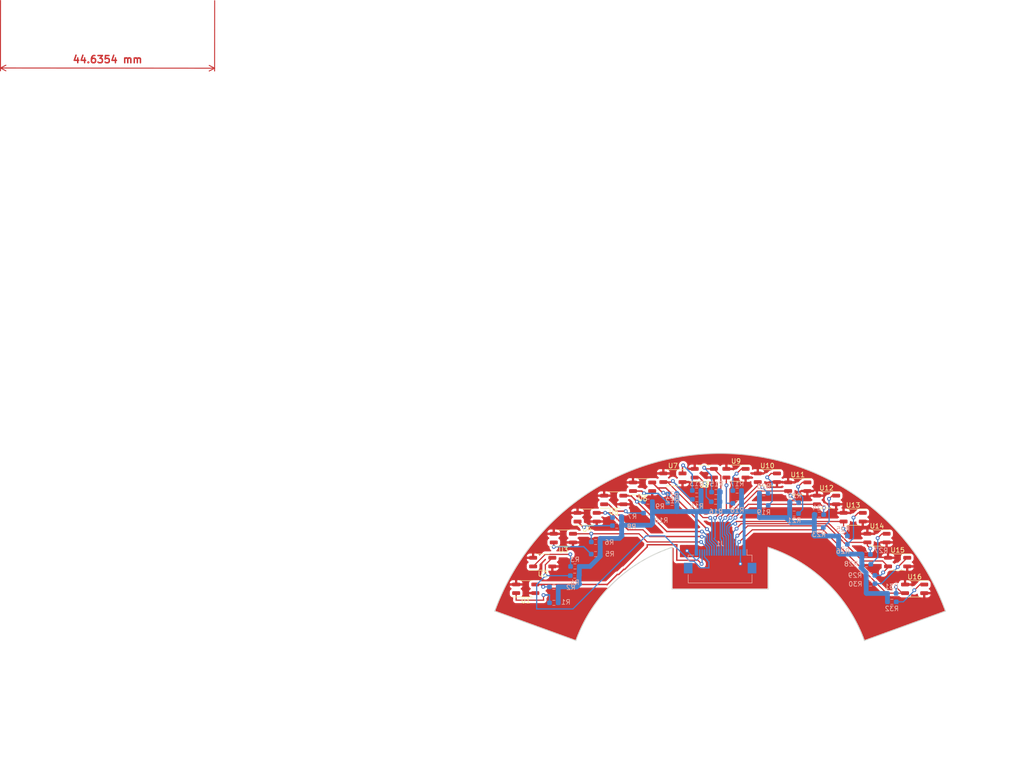
<source format=kicad_pcb>
(kicad_pcb (version 20240108) (generator "pcbnew") (generator_version "8.0")
  (layers (0 "F.Cu" signal) (31 "B.Cu" signal) (34 "B.Paste" user) (35 "F.Paste" user) (36 "B.SilkS" user "B.Silkscreen") (37 "F.SilkS" user "F.Silkscreen") (38 "B.Mask" user) (39 "F.Mask" user) (44 "Edge.Cuts" user))
  (net 0 "")
  (net 1 "VCC")
  (net 2 "GND")
  (net 3 "Net-(J1-Pad3)")
  (net 4 "Net-(J1-Pad4)")
  (net 5 "Net-(J1-Pad5)")
  (net 6 "Net-(J1-Pad6)")
  (net 7 "Net-(J1-Pad7)")
  (net 8 "Net-(J1-Pad8)")
  (net 9 "Net-(J1-Pad9)")
  (net 10 "Net-(J1-Pad10)")
  (net 11 "Net-(J1-Pad11)")
  (net 12 "Net-(J1-Pad12)")
  (net 13 "Net-(J1-Pad13)")
  (net 14 "Net-(J1-Pad14)")
  (net 15 "Net-(J1-Pad15)")
  (net 16 "Net-(J1-Pad16)")
  (net 17 "Net-(J1-Pad17)")
  (net 18 "Net-(J1-Pad18)")
  (net 19 "Net-(U1-A)")
  (net 20 "Net-(U2-A)")
  (net 21 "Net-(U3-A)")
  (net 22 "Net-(U4-A)")
  (net 23 "Net-(U5-A)")
  (net 24 "Net-(U6-A)")
  (net 25 "Net-(U7-A)")
  (net 26 "Net-(U8-A)")
  (net 27 "Net-(U9-A)")
  (net 28 "Net-(U10-A)")
  (net 29 "Net-(U11-A)")
  (net 30 "Net-(U12-A)")
  (net 31 "Net-(U13-A)")
  (net 32 "Net-(U14-A)")
  (net 33 "Net-(U15-A)")
  (net 34 "Net-(U16-A)")
  (footprint "OptoDevice:OnSemi_CASE100CY" (layer "F.Cu") (at 109.480003 117.716083 90)
    (property "Reference" "U1")
    (property "Value" "QRE1113GR")
  )
  (footprint "OptoDevice:OnSemi_CASE100CY" (layer "F.Cu") (at 146.703264 93.609794 90)
    (property "Reference" "U8")
    (property "Value" "QRE1113GR")
  )
  (footprint "OptoDevice:OnSemi_CASE100CY" (layer "F.Cu") (at 177.73457 102.779645 -90)
    (property "Reference" "U13")
    (property "Value" "QRE1113GR")
  )
  (footprint "OptoDevice:OnSemi_CASE100CY" (layer "F.Cu") (at 133.841133 96.436907 90)
    (property "Reference" "U6")
    (property "Value" "QRE1113GR")
  )
  (footprint "OptoDevice:OnSemi_CASE100CY" (layer "F.Cu") (at 113.02103 112.156496 90)
    (property "Reference" "U2")
    (property "Value" "QRE1113GR")
  )
  (footprint "OptoDevice:OnSemi_CASE100CY" (layer "F.Cu") (at 182.697732 107.135876 -90)
    (property "Reference" "U14")
    (property "Value" "QRE1113GR")
  )
  (footprint "OptoDevice:OnSemi_CASE100CY" (layer "F.Cu") (at 122.280603 102.788132 90)
    (property "Reference" "U4")
    (property "Value" "QRE1113GR")
  )
  (footprint "OptoDevice:OnSemi_CASE100CY" (layer "F.Cu") (at 127.827146 99.196287 90)
    (property "Reference" "U5")
    (property "Value" "QRE1113GR")
  )
  (footprint "OptoDevice:OnSemi_CASE100CY" (layer "F.Cu") (at 172.182544 99.18966 -90)
    (property "Reference" "U12")
    (property "Value" "QRE1113GR")
  )
  (footprint "OptoDevice:OnSemi_CASE100CY" (layer "F.Cu") (at 190.549071 117.725573 -90)
    (property "Reference" "U16")
    (property "Value" "QRE1113GR")
  )
  (footprint "OptoDevice:OnSemi_CASE100CY" (layer "F.Cu") (at 117.324742 107.144946 90)
    (property "Reference" "U3")
    (property "Value" "QRE1113GR")
  )
  (footprint "OptoDevice:OnSemi_CASE100CY" (layer "F.Cu") (at 153.306082 93.606231 -90)
    (property "Reference" "U9")
    (property "Value" "QRE1113GR")
  )
  (footprint "OptoDevice:OnSemi_CASE100CY" (layer "F.Cu") (at 166.180981 96.424452 -90)
    (property "Reference" "U11")
    (property "Value" "QRE1113GR")
  )
  (footprint "OptoDevice:OnSemi_CASE100CY" (layer "F.Cu") (at 140.16276 94.556082 -90)
    (property "Reference" "U7")
    (property "Value" "QRE1113GR")
  )
  (footprint "OptoDevice:OnSemi_CASE100CY" (layer "F.Cu") (at 187.003125 112.146704 -90)
    (property "Reference" "U15")
    (property "Value" "QRE1113GR")
  )
  (footprint "OptoDevice:OnSemi_CASE100CY" (layer "F.Cu") (at 159.849245 94.557506 -90)
    (property "Reference" "U10")
    (property "Value" "QRE1113GR")
  )
  (footprint "Resistor_SMD:R_0603_1608Metric_Pad0.98x0.95mm_HandSolder" (layer "B.Cu") (at 124.050958 107.95)
    (property "Reference" "R6")
    (property "Value" "220")
  )
  (footprint "Resistor_SMD:R_0603_1608Metric_Pad0.98x0.95mm_HandSolder" (layer "B.Cu") (at 115.348651 117.314243)
    (property "Reference" "R2")
    (property "Value" "220")
  )
  (footprint "Connector_FFC-FPC:Hirose_FH12-20S-0.5SH_1x20-1MP_P0.50mm_Horizontal" (layer "B.Cu") (at 150 112 180)
    (property "Reference" "J1")
    (property "Value" "FFC2B28-20-G")
  )
  (footprint "Resistor_SMD:R_0603_1608Metric_Pad0.98x0.95mm_HandSolder" (layer "B.Cu") (at 134.954997 101.924008 180)
    (property "Reference" "R9")
    (property "Value" "95")
  )
  (footprint "Resistor_SMD:R_0603_1608Metric_Pad0.98x0.95mm_HandSolder" (layer "B.Cu") (at 181.341913 114.913881 180)
    (property "Reference" "R29")
    (property "Value" "220")
  )
  (footprint "Resistor_SMD:R_0603_1608Metric_Pad0.98x0.95mm_HandSolder" (layer "B.Cu") (at 119.686803 114.984497)
    (property "Reference" "R4")
    (property "Value" "220")
  )
  (footprint "Resistor_SMD:R_0603_1608Metric_Pad0.98x0.95mm_HandSolder" (layer "B.Cu") (at 145.107398 97.219635 180)
    (property "Reference" "R13")
    (property "Value" "95")
  )
  (footprint "Resistor_SMD:R_0603_1608Metric_Pad0.98x0.95mm_HandSolder" (layer "B.Cu") (at 175.600131 108.440531)
    (property "Reference" "R26")
    (property "Value" "95")
  )
  (footprint "Resistor_SMD:R_0603_1608Metric_Pad0.98x0.95mm_HandSolder" (layer "B.Cu") (at 181.365277 116.64264)
    (property "Reference" "R30")
    (property "Value" "95")
  )
  (footprint "Resistor_SMD:R_0603_1608Metric_Pad0.98x0.95mm_HandSolder" (layer "B.Cu") (at 153.549505 97.245487 180)
    (property "Reference" "R17")
    (property "Value" "95")
  )
  (footprint "Resistor_SMD:R_0603_1608Metric_Pad0.98x0.95mm_HandSolder" (layer "B.Cu") (at 115.348651 120.65 180)
    (property "Reference" "R1")
    (property "Value" "95")
  )
  (footprint "Resistor_SMD:R_0603_1608Metric_Pad0.98x0.95mm_HandSolder" (layer "B.Cu") (at 145.1375 99.06)
    (property "Reference" "R14")
    (property "Value" "220")
  )
  (footprint "Resistor_SMD:R_0603_1608Metric_Pad0.98x0.95mm_HandSolder" (layer "B.Cu") (at 170.583674 104.944924)
    (property "Reference" "R23")
    (property "Value" "95")
  )
  (footprint "Resistor_SMD:R_0603_1608Metric_Pad0.98x0.95mm_HandSolder" (layer "B.Cu") (at 185.765734 118.692534 180)
    (property "Reference" "R31")
    (property "Value" "220")
  )
  (footprint "Resistor_SMD:R_0603_1608Metric_Pad0.98x0.95mm_HandSolder" (layer "B.Cu") (at 165.427655 102.025635)
    (property "Reference" "R21")
    (property "Value" "95")
  )
  (footprint "Resistor_SMD:R_0603_1608Metric_Pad0.98x0.95mm_HandSolder" (layer "B.Cu") (at 185.797621 120.437237)
    (property "Reference" "R32")
    (property "Value" "95")
  )
  (footprint "Resistor_SMD:R_0603_1608Metric_Pad0.98x0.95mm_HandSolder" (layer "B.Cu") (at 159.107499 97.79 180)
    (property "Reference" "R20")
    (property "Value" "220")
  )
  (footprint "Resistor_SMD:R_0603_1608Metric_Pad0.98x0.95mm_HandSolder" (layer "B.Cu") (at 180.503423 112.594597)
    (property "Reference" "R28")
    (property "Value" "95")
  )
  (footprint "Resistor_SMD:R_0603_1608Metric_Pad0.98x0.95mm_HandSolder" (layer "B.Cu") (at 119.7375 113.06 180)
    (property "Reference" "R3")
    (property "Value" "95")
  )
  (footprint "Resistor_SMD:R_0603_1608Metric_Pad0.98x0.95mm_HandSolder" (layer "B.Cu") (at 134.95612 99.544649)
    (property "Reference" "R10")
    (property "Value" "220")
  )
  (footprint "Resistor_SMD:R_0603_1608Metric_Pad0.98x0.95mm_HandSolder" (layer "B.Cu") (at 180.416019 110.549347 180)
    (property "Reference" "R27")
    (property "Value" "220")
  )
  (footprint "Resistor_SMD:R_0603_1608Metric_Pad0.98x0.95mm_HandSolder" (layer "B.Cu") (at 175.6175 106.71 180)
    (property "Reference" "R25")
    (property "Value" "220")
  )
  (footprint "Resistor_SMD:R_0603_1608Metric_Pad0.98x0.95mm_HandSolder" (layer "B.Cu") (at 128.493211 102.87)
    (property "Reference" "R8")
    (property "Value" "220")
  )
  (footprint "Resistor_SMD:R_0603_1608Metric_Pad0.98x0.95mm_HandSolder" (layer "B.Cu") (at 128.461324 104.549041 180)
    (property "Reference" "R7")
    (property "Value" "95")
  )
  (footprint "Resistor_SMD:R_0603_1608Metric_Pad0.98x0.95mm_HandSolder" (layer "B.Cu") (at 159.1075 100.33)
    (property "Reference" "R19")
    (property "Value" "95")
  )
  (footprint "Resistor_SMD:R_0603_1608Metric_Pad0.98x0.95mm_HandSolder" (layer "B.Cu") (at 140.056255 97.933493)
    (property "Reference" "R12")
    (property "Value" "220")
  )
  (footprint "Resistor_SMD:R_0603_1608Metric_Pad0.98x0.95mm_HandSolder" (layer "B.Cu") (at 165.480097 99.753134 180)
    (property "Reference" "R22")
    (property "Value" "220")
  )
  (footprint "Resistor_SMD:R_0603_1608Metric_Pad0.98x0.95mm_HandSolder" (layer "B.Cu") (at 149.131352 97.54393)
    (property "Reference" "R16")
    (property "Value" "220")
  )
  (footprint "Resistor_SMD:R_0603_1608Metric_Pad0.98x0.95mm_HandSolder" (layer "B.Cu") (at 139.976537 99.798904 180)
    (property "Reference" "R11")
    (property "Value" "95")
  )
  (footprint "Resistor_SMD:R_0603_1608Metric_Pad0.98x0.95mm_HandSolder" (layer "B.Cu") (at 149.059574 99.5617 180)
    (property "Reference" "R15")
    (property "Value" "95")
  )
  (footprint "Resistor_SMD:R_0603_1608Metric_Pad0.98x0.95mm_HandSolder" (layer "B.Cu") (at 153.565115 99.876308)
    (property "Reference" "R18")
    (property "Value" "220")
  )
  (footprint "Resistor_SMD:R_0603_1608Metric_Pad0.98x0.95mm_HandSolder" (layer "B.Cu") (at 170.671078 102.252885 180)
    (property "Reference" "R24")
    (property "Value" "220")
  )
  (footprint "Resistor_SMD:R_0603_1608Metric_Pad0.98x0.95mm_HandSolder" (layer "B.Cu") (at 124.038725 110.49 180)
    (property "Reference" "R5")
    (property "Value" "95")
  )
  (gr_line (start 180.070162 128.527675) (end 196.984629 122.371313) (stroke (width 0.2)) (layer "Edge.Cuts"))
  (gr_arc (start 159.999998 109.074952) (mid 172.271204 116.494214) (end 180.070162 128.527675) (stroke (width 0.2)) (layer "Edge.Cuts"))
  (gr_arc (start 119.929834 128.527675) (mid 127.728792 116.494214) (end 139.999998 109.074952) (stroke (width 0.2)) (layer "Edge.Cuts"))
  (gr_line (start 139.999998 117.769269) (end 159.999998 117.769269) (stroke (width 0.2)) (layer "Edge.Cuts"))
  (gr_line (start 139.999998 109.074952) (end 139.999998 117.769269) (stroke (width 0.2)) (layer "Edge.Cuts"))
  (gr_line (start 159.999998 117.769269) (end 159.999998 109.074952) (stroke (width 0.2)) (layer "Edge.Cuts"))
  (gr_arc (start 103.015367 122.371313) (mid 149.999998 89.47232) (end 196.984629 122.371313) (stroke (width 0.2)) (layer "Edge.Cuts"))
  (gr_line (start 103.015367 122.371313) (end 119.929834 128.527675) (stroke (width 0.2)) (layer "Edge.Cuts"))
  (dimension (type aligned) (layer "F.Cu") (pts (xy 44.635399 -5.457094) (xy 0 -5.5)) (height -14.585549) (gr_text "44,6354 mm" (at 22.305409 7.306996 -0.05507583574) (layer "F.Cu") (effects (font (size 1.5 1.5) (thickness 0.3)))) (format (prefix "") (suffix "") (units 3) (units_format 1) (precision 4)) (style (thickness 0.2) (arrow_length 1.27) (text_position_mode 0) (extension_height 0.58642) (extension_offset 0.5) keep_text_aligned))
  (segment (start 180.452777 118.637313) (end 180.452777 116.64264) (width 1) (layer "B.Cu") (net 1))
  (segment (start 158.194999 102.850487) (end 158.194999 101.6) (width 1) (layer "B.Cu") (net 1))
  (segment (start 164.500879 103.649657) (end 163.710773 102.859551) (width 1) (layer "B.Cu") (net 1))
  (segment (start 122.868599 113.06) (end 125.024784 110.903815) (width 1) (layer "B.Cu") (net 1))
  (segment (start 163.710773 102.859551) (end 158.185935 102.859551) (width 1) (layer "B.Cu") (net 1))
  (segment (start 184.885121 120.437237) (end 184.885121 118.724421) (width 1) (layer "B.Cu") (net 1))
  (segment (start 174.705 106.71) (end 169.657466 106.71) (width 1) (layer "B.Cu") (net 1))
  (segment (start 125.016244 109.002283) (end 125.016244 107.209748) (width 1) (layer "B.Cu") (net 1))
  (segment (start 164.744126 103.89535) (end 164.499656 103.65088) (width 1) (layer "B.Cu") (net 1))
  (segment (start 129.476917 102.690947) (end 129.425376 102.639406) (width 1) (layer "B.Cu") (net 1))
  (segment (start 180.452777 114.937245) (end 180.429413 114.913881) (width 1) (layer "B.Cu") (net 1))
  (segment (start 140.97 101.6) (end 140.97 99.660365) (width 1) (layer "B.Cu") (net 1))
  (segment (start 169.466407 106.518941) (end 169.633523 106.351825) (width 1) (layer "B.Cu") (net 1))
  (segment (start 120.113062 117.314243) (end 120.698731 116.728574) (width 1) (layer "B.Cu") (net 1))
  (segment (start 184.885121 118.724421) (end 184.853234 118.692534) (width 1) (layer "B.Cu") (net 1))
  (segment (start 180.452777 116.64264) (end 180.452777 114.937245) (width 1) (layer "B.Cu") (net 1))
  (segment (start 116.261151 117.314243) (end 120.113062 117.314243) (width 1) (layer "B.Cu") (net 1))
  (segment (start 155 101.66) (end 154.94 101.6) (width 0.6) (layer "B.Cu") (net 1))
  (segment (start 184.853234 118.692534) (end 180.507998 118.692534) (width 1) (layer "B.Cu") (net 1))
  (segment (start 149.856831 101.596831) (end 149.856831 97.241074) (width 1) (layer "B.Cu") (net 1))
  (segment (start 169.633523 106.351825) (end 169.633523 103.89535) (width 1) (layer "B.Cu") (net 1))
  (segment (start 180.429413 114.388872) (end 179.367435 113.326894) (width 1) (layer "B.Cu") (net 1))
  (segment (start 129.010252 107.209748) (end 129.54 106.68) (width 1) (layer "B.Cu") (net 1))
  (segment (start 140.97 99.660365) (end 140.97 97.82371) (width 1) (layer "B.Cu") (net 1))
  (segment (start 174.919687 110.473515) (end 174.687631 110.241459) (width 1) (layer "B.Cu") (net 1))
  (segment (start 179.560696 110.473515) (end 174.919687 110.473515) (width 1) (layer "B.Cu") (net 1))
  (segment (start 125.024784 110.903815) (end 125.016244 110.895275) (width 1) (layer "B.Cu") (net 1))
  (segment (start 154.94 101.6) (end 154.461689 101.121689) (width 1) (layer "B.Cu") (net 1))
  (segment (start 116.261151 117.314243) (end 116.261151 120.65) (width 1) (layer "B.Cu") (net 1))
  (segment (start 158.194999 101.6) (end 158.194999 99.692252) (width 1) (layer "B.Cu") (net 1))
  (segment (start 169.633523 103.89535) (end 169.633523 102.203394) (width 1) (layer "B.Cu") (net 1))
  (segment (start 140.97 101.6) (end 143.51 101.6) (width 1) (layer "B.Cu") (net 1))
  (segment (start 169.633523 102.203394) (end 169.608515 102.178386) (width 1) (layer "B.Cu") (net 1))
  (segment (start 174.705 108.423162) (end 174.687631 108.440531) (width 1) (layer "B.Cu") (net 1))
  (segment (start 120.599303 116.629146) (end 120.599303 114.984497) (width 1) (layer "B.Cu") (net 1))
  (segment (start 146.05 101.6) (end 146.019898 101.569898) (width 1) (layer "B.Cu") (net 1))
  (segment (start 179.367435 113.326894) (end 179.538393 113.155936) (width 1) (layer "B.Cu") (net 1))
  (segment (start 158.195 97.82) (end 158.194999 99.692252) (width 1) (layer "B.Cu") (net 1))
  (segment (start 140.97 97.82371) (end 140.96629 97.82) (width 1) (layer "B.Cu") (net 1))
  (segment (start 154.461689 101.121689) (end 154.461689 98.979741) (width 1) (layer "B.Cu") (net 1))
  (segment (start 125.016244 107.209748) (end 129.010252 107.209748) (width 1) (layer "B.Cu") (net 1))
  (segment (start 179.538393 113.155936) (end 179.538393 112.081131) (width 1) (layer "B.Cu") (net 1))
  (segment (start 164.500879 99.58985) (end 164.510083 99.580646) (width 1) (layer "B.Cu") (net 1))
  (segment (start 135.89 101.6) (end 135.89 99.950282) (width 1) (layer "B.Cu") (net 1))
  (segment (start 174.687631 110.241459) (end 174.687631 108.440531) (width 1) (layer "B.Cu") (net 1))
  (segment (start 179.538393 112.081131) (end 179.538393 110.495818) (width 1) (layer "B.Cu") (net 1))
  (segment (start 120.698731 116.728574) (end 120.599303 116.629146) (width 1) (layer "B.Cu") (net 1))
  (segment (start 149.86 101.6) (end 149.856831 101.596831) (width 1) (layer "B.Cu") (net 1))
  (segment (start 169.657466 106.71) (end 169.466407 106.518941) (width 1) (layer "B.Cu") (net 1))
  (segment (start 120.65 114.9338) (end 120.599303 114.984497) (width 1) (layer "B.Cu") (net 1))
  (segment (start 129.54 106.68) (end 129.476917 106.616917) (width 1) (layer "B.Cu") (net 1))
  (segment (start 154.462005 98.979425) (end 154.462005 97.245487) (width 1) (layer "B.Cu") (net 1))
  (segment (start 120.65 113.06) (end 120.65 114.9338) (width 1) (layer "B.Cu") (net 1))
  (segment (start 164.500879 101.35535) (end 164.500879 99.58985) (width 1) (layer "B.Cu") (net 1))
  (segment (start 135.574144 104.455856) (end 135.89 104.14) (width 1) (layer "B.Cu") (net 1))
  (segment (start 135.89 101.6) (end 140.97 101.6) (width 1) (layer "B.Cu") (net 1))
  (segment (start 145.25 101.740273) (end 145.282226 101.708047) (width 0.3) (layer "B.Cu") (net 1))
  (segment (start 146.019898 101.569898) (end 146.019898 97.219635) (width 1) (layer "B.Cu") (net 1))
  (segment (start 154.461689 98.979741) (end 154.462005 98.979425) (width 1) (layer "B.Cu") (net 1))
  (segment (start 129.476917 104.455856) (end 129.476917 102.690947) (width 1) (layer "B.Cu") (net 1))
  (segment (start 155 110.15) (end 155 101.66) (width 0.6) (layer "B.Cu") (net 1))
  (segment (start 125.016244 110.895275) (end 125.016244 109.002283) (width 1) (layer "B.Cu") (net 1))
  (segment (start 135.89 104.14) (end 135.89 101.6) (width 1) (layer "B.Cu") (net 1))
  (segment (start 145.174179 101.6) (end 145.282226 101.708047) (width 1) (layer "B.Cu") (net 1))
  (segment (start 143.51 101.6) (end 145.174179 101.6) (width 1) (layer "B.Cu") (net 1))
  (segment (start 143.51 101.6) (end 146.05 101.6) (width 1) (layer "B.Cu") (net 1))
  (segment (start 158.194999 101.6) (end 154.94 101.6) (width 1) (layer "B.Cu") (net 1))
  (segment (start 179.538393 110.495818) (end 179.560696 110.473515) (width 1) (layer "B.Cu") (net 1))
  (segment (start 164.499656 103.65088) (end 164.500879 103.649657) (width 1) (layer "B.Cu") (net 1))
  (segment (start 145.05 110.15) (end 145.05 101.940273) (width 0.6) (layer "B.Cu") (net 1))
  (segment (start 145.05 101.940273) (end 145.282226 101.708047) (width 0.6) (layer "B.Cu") (net 1))
  (segment (start 158.185935 102.859551) (end 158.194999 102.850487) (width 1) (layer "B.Cu") (net 1))
  (segment (start 135.89 99.950282) (end 135.867016 99.927298) (width 1) (layer "B.Cu") (net 1))
  (segment (start 154.94 101.6) (end 149.86 101.6) (width 1) (layer "B.Cu") (net 1))
  (segment (start 169.633523 103.89535) (end 164.744126 103.89535) (width 1) (layer "B.Cu") (net 1))
  (segment (start 146.05 101.6) (end 149.86 101.6) (width 1) (layer "B.Cu") (net 1))
  (segment (start 129.476917 104.455856) (end 135.574144 104.455856) (width 1) (layer "B.Cu") (net 1))
  (segment (start 120.65 113.06) (end 122.868599 113.06) (width 1) (layer "B.Cu") (net 1))
  (segment (start 180.429413 114.913881) (end 180.429413 114.388872) (width 1) (layer "B.Cu") (net 1))
  (segment (start 164.500879 103.649657) (end 164.500879 101.35535) (width 1) (layer "B.Cu") (net 1))
  (segment (start 180.507998 118.692534) (end 180.452777 118.637313) (width 1) (layer "B.Cu") (net 1))
  (segment (start 174.705 106.71) (end 174.705 108.423162) (width 1) (layer "B.Cu") (net 1))
  (segment (start 129.476917 106.616917) (end 129.476917 104.455856) (width 1) (layer "B.Cu") (net 1))
  (segment (start 153.710934 113.03) (end 153.67 113.03) (width 0.25) (layer "F.Cu") (net 2))
  (segment (start 143.101576 108.718614) (end 143.101845 108.718345) (width 0.25) (layer "F.Cu") (net 2))
  (segment (start 143.101576 109.794587) (end 143.101576 108.718614) (width 0.25) (layer "F.Cu") (net 2))
  (segment (start 154.231001 112.509933) (end 153.710934 113.03) (width 0.25) (layer "F.Cu") (net 2))
  (via (at 154.231001 112.509933) (size 0.8) (drill 0.4) (layers "F.Cu" "B.Cu") (net 2))
  (via (at 143.101576 109.794587) (size 0.8) (drill 0.4) (layers "F.Cu" "B.Cu") (net 2))
  (segment (start 145.09 111.76) (end 145.020374 111.76) (width 0.25) (layer "B.Cu") (net 2))
  (segment (start 145.020374 111.76) (end 143.101576 109.794587) (width 0.25) (layer "B.Cu") (net 2))
  (segment (start 145.75 110.15) (end 145.75 111.1) (width 0.25) (layer "B.Cu") (net 2))
  (segment (start 145.75 111.1) (end 145.09 111.76) (width 0.25) (layer "B.Cu") (net 2))
  (segment (start 143.101576 109.794587) (end 143.194807 109.934433) (width 0.25) (layer "B.Cu") (net 2))
  (segment (start 154.25 110.15) (end 154.231001 112.509933) (width 0.25) (layer "B.Cu") (net 2))
  (segment (start 154.231001 112.509933) (end 154.25 112.431883) (width 0.25) (layer "B.Cu") (net 2))
  (segment (start 188.549071 118.625573) (end 184.665573 118.625573) (width 0.25) (layer "F.Cu") (net 3))
  (segment (start 171.45 105.41) (end 156.720612 105.41) (width 0.25) (layer "F.Cu") (net 3))
  (segment (start 184.665573 118.625573) (end 171.45 105.41) (width 0.25) (layer "F.Cu") (net 3))
  (segment (start 156.720612 105.41) (end 153.976615 107.938615) (width 0.25) (layer "F.Cu") (net 3))
  (segment (start 188.549071 118.625573) (end 187.95115 118.625573) (width 0.25) (layer "F.Cu") (net 3))
  (segment (start 153.976615 107.938615) (end 154.154391 107.976221) (width 0.25) (layer "F.Cu") (net 3))
  (segment (start 187.95115 118.625573) (end 186.678615 117.353038) (width 0.25) (layer "F.Cu") (net 3))
  (via (at 153.976615 107.938615) (size 0.8) (drill 0.4) (layers "F.Cu" "B.Cu") (net 3))
  (via (at 186.678615 117.353038) (size 0.8) (drill 0.4) (layers "F.Cu" "B.Cu") (net 3))
  (segment (start 186.678234 118.692534) (end 186.678234 117.540792) (width 0.25) (layer "B.Cu") (net 3))
  (segment (start 186.678615 117.540411) (end 186.678615 117.353038) (width 0.25) (layer "B.Cu") (net 3))
  (segment (start 153.75 110.15) (end 153.75 108.16523) (width 0.25) (layer "B.Cu") (net 3))
  (segment (start 186.678615 117.353038) (end 186.865988 117.353038) (width 0.25) (layer "B.Cu") (net 3))
  (segment (start 186.678234 117.540792) (end 186.678615 117.540411) (width 0.25) (layer "B.Cu") (net 3))
  (segment (start 153.75 108.16523) (end 153.976615 107.938615) (width 0.25) (layer "B.Cu") (net 3))
  (segment (start 186.865988 117.353038) (end 186.788351 117.430675) (width 0.25) (layer "B.Cu") (net 3))
  (segment (start 183.875874 111.919453) (end 179.660375 111.919453) (width 0.25) (layer "F.Cu") (net 4))
  (segment (start 153.592363 106.757637) (end 153.67 106.68) (width 0.25) (layer "F.Cu") (net 4))
  (segment (start 185.003125 113.046704) (end 185.003125 113.291973) (width 0.25) (layer "F.Cu") (net 4))
  (segment (start 155.76 104.59) (end 153.722443 106.627557) (width 0.25) (layer "F.Cu") (net 4))
  (segment (start 179.660375 111.919453) (end 172.330922 104.59) (width 0.25) (layer "F.Cu") (net 4))
  (segment (start 172.330922 104.59) (end 155.76 104.59) (width 0.25) (layer "F.Cu") (net 4))
  (segment (start 153.722443 106.627557) (end 153.592363 106.627557) (width 0.25) (layer "F.Cu") (net 4))
  (segment (start 185.003125 113.291973) (end 183.988193 114.306905) (width 0.25) (layer "F.Cu") (net 4))
  (segment (start 153.592363 106.627557) (end 153.592363 106.757637) (width 0.25) (layer "F.Cu") (net 4))
  (segment (start 185.003125 113.046704) (end 183.875874 111.919453) (width 0.25) (layer "F.Cu") (net 4))
  (via (at 153.592363 106.627557) (size 0.8) (drill 0.4) (layers "F.Cu" "B.Cu") (net 4))
  (via (at 183.988193 114.306905) (size 0.8) (drill 0.4) (layers "F.Cu" "B.Cu") (net 4))
  (segment (start 153.25 110.15) (end 153.25 106.96992) (width 0.25) (layer "B.Cu") (net 4))
  (segment (start 184.093078 114.306905) (end 184.066857 114.333126) (width 0.25) (layer "B.Cu") (net 4))
  (segment (start 182.254413 114.913881) (end 183.486102 114.913881) (width 0.25) (layer "B.Cu") (net 4))
  (segment (start 183.988193 114.306905) (end 184.093078 114.306905) (width 0.25) (layer "B.Cu") (net 4))
  (segment (start 153.25 106.96992) (end 153.592363 106.627557) (width 0.25) (layer "B.Cu") (net 4))
  (segment (start 183.486102 114.913881) (end 183.988193 114.41179) (width 0.25) (layer "B.Cu") (net 4))
  (segment (start 183.988193 114.41179) (end 183.988193 114.306905) (width 0.25) (layer "B.Cu") (net 4))
  (segment (start 180.697732 108.698406) (end 181.307538 109.308212) (width 0.25) (layer "F.Cu") (net 5))
  (segment (start 176.615876 108.035876) (end 172.72 104.14) (width 0.25) (layer "F.Cu") (net 5))
  (segment (start 153.436923 105.177192) (end 153.355346 105.177192) (width 0.25) (layer "F.Cu") (net 5))
  (segment (start 153.355346 105.177192) (end 153.413615 105.118923) (width 0.25) (layer "F.Cu") (net 5))
  (segment (start 153.436923 105.095615) (end 153.436923 105.177192) (width 0.25) (layer "F.Cu") (net 5))
  (segment (start 154.392538 104.14) (end 153.436923 105.095615) (width 0.25) (layer "F.Cu") (net 5))
  (segment (start 180.697732 108.035876) (end 176.615876 108.035876) (width 0.25) (layer "F.Cu") (net 5))
  (segment (start 180.697732 108.035876) (end 180.697732 108.698406) (width 0.25) (layer "F.Cu") (net 5))
  (segment (start 172.72 104.14) (end 154.392538 104.14) (width 0.25) (layer "F.Cu") (net 5))
  (via (at 181.307538 109.308212) (size 0.8) (drill 0.4) (layers "F.Cu" "B.Cu") (net 5))
  (via (at 153.436923 105.177192) (size 0.8) (drill 0.4) (layers "F.Cu" "B.Cu") (net 5))
  (segment (start 181.255096 109.308212) (end 181.307538 109.360654) (width 0.25) (layer "B.Cu") (net 5))
  (segment (start 181.307538 109.308212) (end 181.255096 109.308212) (width 0.25) (layer "B.Cu") (net 5))
  (segment (start 152.75 110.15) (end 152.75 105.864115) (width 0.25) (layer "B.Cu") (net 5))
  (segment (start 181.328519 109.381635) (end 181.307538 109.360654) (width 0.25) (layer "B.Cu") (net 5))
  (segment (start 152.75 105.864115) (end 153.436923 105.177192) (width 0.25) (layer "B.Cu") (net 5))
  (segment (start 181.328519 110.549347) (end 181.328519 109.381635) (width 0.25) (layer "B.Cu") (net 5))
  (segment (start 181.307538 109.360654) (end 181.307538 109.308212) (width 0.25) (layer "B.Cu") (net 5))
  (segment (start 153.384777 103.679645) (end 153.145846 104.163307) (width 0.25) (layer "F.Cu") (net 6))
  (segment (start 175.73457 105.098313) (end 175.679538 105.153345) (width 0.25) (layer "F.Cu") (net 6))
  (segment (start 175.73457 103.679645) (end 153.384777 103.679645) (width 0.25) (layer "F.Cu") (net 6))
  (segment (start 175.73457 103.679645) (end 175.73457 105.098313) (width 0.25) (layer "F.Cu") (net 6))
  (segment (start 153.145846 104.163307) (end 153.040961 104.023461) (width 0.25) (layer "F.Cu") (net 6))
  (via (at 153.145846 104.163307) (size 0.8) (drill 0.4) (layers "F.Cu" "B.Cu") (net 6))
  (via (at 175.679538 105.153345) (size 0.8) (drill 0.4) (layers "F.Cu" "B.Cu") (net 6))
  (segment (start 176.53 106.71) (end 176.53 106.059651) (width 0.25) (layer "B.Cu") (net 6))
  (segment (start 151.834807 106.027923) (end 151.834807 104.955769) (width 0.25) (layer "B.Cu") (net 6))
  (segment (start 175.679538 105.209189) (end 175.679538 105.153345) (width 0.25) (layer "B.Cu") (net 6))
  (segment (start 152.25 106.443116) (end 151.834807 106.027923) (width 0.25) (layer "B.Cu") (net 6))
  (segment (start 176.53 106.059651) (end 175.679538 105.209189) (width 0.25) (layer "B.Cu") (net 6))
  (segment (start 152.25 110.15) (end 152.25 106.443116) (width 0.25) (layer "B.Cu") (net 6))
  (segment (start 175.679538 105.153345) (end 175.623694 105.153345) (width 0.25) (layer "B.Cu") (net 6))
  (segment (start 152.627269 104.163307) (end 153.145846 104.163307) (width 0.25) (layer "B.Cu") (net 6))
  (segment (start 151.834807 104.955769) (end 152.627269 104.163307) (width 0.25) (layer "B.Cu") (net 6))
  (segment (start 175.623694 105.153345) (end 175.659195 105.188846) (width 0.25) (layer "B.Cu") (net 6))
  (segment (start 170.182544 100.08966) (end 170.937681 100.08966) (width 0.25) (layer "F.Cu") (net 7))
  (segment (start 155.895433 100.08966) (end 153.190305 102.794788) (width 0.25) (layer "F.Cu") (net 7))
  (segment (start 170.182544 100.08966) (end 155.895433 100.08966) (width 0.25) (layer "F.Cu") (net 7))
  (segment (start 153.190305 102.794788) (end 153.190305 102.882192) (width 0.25) (layer "F.Cu") (net 7))
  (segment (start 153.190305 102.882192) (end 153.102901 102.882192) (width 0.25) (layer "F.Cu") (net 7))
  (segment (start 170.937681 100.08966) (end 171.667482 100.819461) (width 0.25) (layer "F.Cu") (net 7))
  (segment (start 153.102901 102.882192) (end 153.032978 102.952115) (width 0.25) (layer "F.Cu") (net 7))
  (via (at 171.667482 100.819461) (size 0.8) (drill 0.4) (layers "F.Cu" "B.Cu") (net 7))
  (via (at 153.190305 102.882192) (size 0.8) (drill 0.4) (layers "F.Cu" "B.Cu") (net 7))
  (segment (start 171.684964 100.819461) (end 171.650002 100.854423) (width 0.25) (layer "B.Cu") (net 7))
  (segment (start 151.384807 104.736666) (end 153.190305 102.931168) (width 0.25) (layer "B.Cu") (net 7))
  (segment (start 171.583578 102.252885) (end 171.583578 100.920847) (width 0.25) (layer "B.Cu") (net 7))
  (segment (start 171.583578 100.920847) (end 171.667482 100.836943) (width 0.25) (layer "B.Cu") (net 7))
  (segment (start 151.75 110.15) (end 151.75 106.627067) (width 0.25) (layer "B.Cu") (net 7))
  (segment (start 151.384807 106.261874) (end 151.384807 104.736666) (width 0.25) (layer "B.Cu") (net 7))
  (segment (start 151.75 106.627067) (end 151.384807 106.261874) (width 0.25) (layer "B.Cu") (net 7))
  (segment (start 171.667482 100.819461) (end 171.684964 100.819461) (width 0.25) (layer "B.Cu") (net 7))
  (segment (start 171.667482 100.836943) (end 171.667482 100.819461) (width 0.25) (layer "B.Cu") (net 7))
  (segment (start 153.190305 102.931168) (end 153.190305 102.882192) (width 0.25) (layer "B.Cu") (net 7))
  (segment (start 164.180981 97.789748) (end 164.675982 98.284749) (width 0.25) (layer "F.Cu") (net 8))
  (segment (start 152.159748 102.899673) (end 152.107306 102.899673) (width 0.25) (layer "F.Cu") (net 8))
  (segment (start 152.159748 102.847231) (end 152.159748 102.899673) (width 0.25) (layer "F.Cu") (net 8))
  (segment (start 164.180981 97.324452) (end 157.682527 97.324452) (width 0.25) (layer "F.Cu") (net 8))
  (segment (start 164.180981 97.324452) (end 164.180981 97.789748) (width 0.25) (layer "F.Cu") (net 8))
  (segment (start 157.682527 97.324452) (end 152.159748 102.847231) (width 0.25) (layer "F.Cu") (net 8))
  (segment (start 152.107306 102.899673) (end 152.072344 102.934635) (width 0.25) (layer "F.Cu") (net 8))
  (via (at 152.159748 102.899673) (size 0.8) (drill 0.4) (layers "F.Cu" "B.Cu") (net 8))
  (via (at 164.675982 98.284749) (size 0.8) (drill 0.4) (layers "F.Cu" "B.Cu") (net 8))
  (segment (start 164.675982 98.284749) (end 164.658501 98.284749) (width 0.25) (layer "B.Cu") (net 8))
  (segment (start 151.25 106.763463) (end 150.934807 106.44827) (width 0.25) (layer "B.Cu") (net 8))
  (segment (start 166.126886 99.753134) (end 164.675982 98.30223) (width 0.25) (layer "B.Cu") (net 8))
  (segment (start 151.25 110.15) (end 151.25 106.763463) (width 0.25) (layer "B.Cu") (net 8))
  (segment (start 150.934807 106.44827) (end 150.934807 104.124614) (width 0.25) (layer "B.Cu") (net 8))
  (segment (start 164.675982 98.30223) (end 164.675982 98.284749) (width 0.25) (layer "B.Cu") (net 8))
  (segment (start 166.392597 99.753134) (end 166.126886 99.753134) (width 0.25) (layer "B.Cu") (net 8))
  (segment (start 150.934807 104.124614) (end 152.159748 102.899673) (width 0.25) (layer "B.Cu") (net 8))
  (segment (start 164.658501 98.284749) (end 164.710943 98.337191) (width 0.25) (layer "B.Cu") (net 8))
  (segment (start 157.849245 96.16133) (end 151.093421 102.917154) (width 0.25) (layer "F.Cu") (net 9))
  (segment (start 157.849245 95.457506) (end 157.849245 96.16133) (width 0.25) (layer "F.Cu") (net 9))
  (segment (start 157.849245 95.600956) (end 158.784961 96.536672) (width 0.25) (layer "F.Cu") (net 9))
  (segment (start 157.849245 95.457506) (end 157.849245 95.600956) (width 0.25) (layer "F.Cu") (net 9))
  (via (at 158.784961 96.536672) (size 0.8) (drill 0.4) (layers "F.Cu" "B.Cu") (net 9))
  (via (at 151.093421 102.917154) (size 0.8) (drill 0.4) (layers "F.Cu" "B.Cu") (net 9))
  (segment (start 150.484807 103.543249) (end 151.093421 102.934635) (width 0.25) (layer "B.Cu") (net 9))
  (segment (start 151.110902 102.917154) (end 151.093421 102.934635) (width 0.25) (layer "B.Cu") (net 9))
  (segment (start 151.093421 102.917154) (end 151.110902 102.917154) (width 0.25) (layer "B.Cu") (net 9))
  (segment (start 150.484807 106.815366) (end 150.484807 103.543249) (width 0.25) (layer "B.Cu") (net 9))
  (segment (start 158.784961 96.536672) (end 158.75 96.589114) (width 0.25) (layer "B.Cu") (net 9))
  (segment (start 151.093421 102.934635) (end 151.093421 102.917154) (width 0.25) (layer "B.Cu") (net 9))
  (segment (start 150.75 107.080559) (end 150.484807 106.815366) (width 0.25) (layer "B.Cu") (net 9))
  (segment (start 160.019999 97.79) (end 158.819113 96.589114) (width 0.25) (layer "B.Cu") (net 9))
  (segment (start 150.75 110.15) (end 150.75 107.080559) (width 0.25) (layer "B.Cu") (net 9))
  (segment (start 158.819113 96.589114) (end 158.784961 96.536672) (width 0.25) (layer "B.Cu") (net 9))
  (segment (start 151.306082 94.506231) (end 151.306082 95.25) (width 0.25) (layer "F.Cu") (net 10))
  (segment (start 150.034807 102.904961) (end 149.906615 102.904961) (width 0.25) (layer "F.Cu") (net 10))
  (segment (start 151.306082 96.102005) (end 151.327576 96.123499) (width 0.25) (layer "F.Cu") (net 10))
  (segment (start 150.034807 102.776769) (end 150.034807 102.904961) (width 0.25) (layer "F.Cu") (net 10))
  (segment (start 149.906615 102.904961) (end 149.86 102.951576) (width 0.25) (layer "F.Cu") (net 10))
  (segment (start 151.306082 95.25) (end 151.306082 101.505494) (width 0.25) (layer "F.Cu") (net 10))
  (segment (start 151.306082 95.25) (end 151.306082 96.102005) (width 0.25) (layer "F.Cu") (net 10))
  (segment (start 151.306082 101.505494) (end 150.034807 102.776769) (width 0.25) (layer "F.Cu") (net 10))
  (via (at 151.327576 96.123499) (size 0.8) (drill 0.4) (layers "F.Cu" "B.Cu") (net 10))
  (via (at 150.034807 102.904961) (size 0.8) (drill 0.4) (layers "F.Cu" "B.Cu") (net 10))
  (segment (start 150.034807 102.904961) (end 150.034807 107.3217) (width 0.25) (layer "B.Cu") (net 10))
  (segment (start 152.652615 99.876308) (end 151.304538 99.876308) (width 0.25) (layer "B.Cu") (net 10))
  (segment (start 151.304268 99.876038) (end 151.327576 96.123499) (width 0.25) (layer "B.Cu") (net 10))
  (segment (start 151.327576 96.123499) (end 151.304268 96.21673) (width 0.25) (layer "B.Cu") (net 10))
  (segment (start 150.034807 107.3217) (end 150.25 107.536893) (width 0.25) (layer "B.Cu") (net 10))
  (segment (start 150.25 107.536893) (end 150.25 110.15) (width 0.25) (layer "B.Cu") (net 10))
  (segment (start 151.304538 99.876308) (end 151.304268 99.876038) (width 0.25) (layer "B.Cu") (net 10))
  (segment (start 150.151082 94.157612) (end 148.703264 92.709794) (width 0.25) (layer "F.Cu") (net 11))
  (segment (start 146.934268 92.709794) (end 146.687062 92.462588) (width 0.25) (layer "F.Cu") (net 11))
  (segment (start 150.151082 101.730395) (end 150.151082 94.157612) (width 0.25) (layer "F.Cu") (net 11))
  (segment (start 148.703264 92.709794) (end 146.934268 92.709794) (width 0.25) (layer "F.Cu") (net 11))
  (segment (start 148.943107 102.93837) (end 149.181477 102.7) (width 0.25) (layer "F.Cu") (net 11))
  (segment (start 148.943107 102.93837) (end 150.151082 101.730395) (width 0.25) (layer "F.Cu") (net 11))
  (via (at 146.687062 92.462588) (size 0.8) (drill 0.4) (layers "F.Cu" "B.Cu") (net 11))
  (via (at 148.943107 102.93837) (size 0.8) (drill 0.4) (layers "F.Cu" "B.Cu") (net 11))
  (segment (start 146.687062 92.462588) (end 146.66519 92.604761) (width 0.25) (layer "B.Cu") (net 11))
  (segment (start 148.943107 107.04457) (end 148.943107 102.93837) (width 0.25) (layer "B.Cu") (net 11))
  (segment (start 149.75 108.295203) (end 148.721237 107.26644) (width 0.25) (layer "B.Cu") (net 11))
  (segment (start 148.218852 94.158423) (end 146.687062 92.462588) (width 0.25) (layer "B.Cu") (net 11))
  (segment (start 149.75 110.15) (end 149.75 108.295203) (width 0.25) (layer "B.Cu") (net 11))
  (segment (start 148.721237 107.26644) (end 148.943107 107.04457) (width 0.25) (layer "B.Cu") (net 11))
  (segment (start 148.218852 97.54393) (end 148.218852 94.158423) (width 0.25) (layer "B.Cu") (net 11))
  (segment (start 146.443711 102.87) (end 139.029793 95.456082) (width 0.25) (layer "F.Cu") (net 12))
  (segment (start 147.988495 102.87) (end 147.943375 102.91512) (width 0.25) (layer "F.Cu") (net 12))
  (segment (start 148.137513 102.87) (end 147.988495 102.87) (width 0.25) (layer "F.Cu") (net 12))
  (segment (start 147.898255 102.87) (end 146.443711 102.87) (width 0.25) (layer "F.Cu") (net 12))
  (segment (start 139.029793 95.456082) (end 138.16276 95.456082) (width 0.25) (layer "F.Cu") (net 12))
  (segment (start 147.943375 102.91512) (end 147.898255 102.87) (width 0.25) (layer "F.Cu") (net 12))
  (segment (start 138.16276 95.456082) (end 139.941386 95.456082) (width 0.3) (layer "F.Cu") (net 12))
  (segment (start 139.941386 95.456082) (end 140.153323 95.244145) (width 0.3) (layer "F.Cu") (net 12))
  (via (at 147.943375 102.91512) (size 0.8) (drill 0.4) (layers "F.Cu" "B.Cu") (net 12))
  (via (at 140.153323 95.244145) (size 0.8) (drill 0.4) (layers "F.Cu" "B.Cu") (net 12))
  (segment (start 140.153323 95.29729) (end 140.153323 95.244145) (width 0.3) (layer "B.Cu") (net 12))
  (segment (start 143.916033 99.06) (end 140.153323 95.29729) (width 0.3) (layer "B.Cu") (net 12))
  (segment (start 140.100178 95.244145) (end 140.174581 95.318548) (width 0.3) (layer "B.Cu") (net 12))
  (segment (start 148.260532 103.232277) (end 147.943375 102.91512) (width 0.25) (layer "B.Cu") (net 12))
  (segment (start 148.260532 107.552162) (end 148.260532 103.232277) (width 0.25) (layer "B.Cu") (net 12))
  (segment (start 144.225 99.06) (end 143.916033 99.06) (width 0.3) (layer "B.Cu") (net 12))
  (segment (start 149.25 110.15) (end 149.25 108.54163) (width 0.25) (layer "B.Cu") (net 12))
  (segment (start 149.25 108.54163) (end 148.260532 107.552162) (width 0.25) (layer "B.Cu") (net 12))
  (segment (start 140.153323 95.244145) (end 140.100178 95.244145) (width 0.3) (layer "B.Cu") (net 12))
  (segment (start 135.841133 95.536907) (end 136.992113 96.687887) (width 0.3) (layer "F.Cu") (net 13))
  (segment (start 136.992113 96.687887) (end 138.000515 97.696289) (width 0.3) (layer "F.Cu") (net 13))
  (segment (start 138.667157 96.687887) (end 147.266674 105.287404) (width 0.3) (layer "F.Cu") (net 13))
  (segment (start 136.992113 96.687887) (end 138.667157 96.687887) (width 0.3) (layer "F.Cu") (net 13))
  (segment (start 138.000515 97.696289) (end 138.167814 97.696289) (width 0.3) (layer "F.Cu") (net 13))
  (via (at 147.266674 105.287404) (size 0.8) (drill 0.4) (layers "F.Cu" "B.Cu") (net 13))
  (via (at 138.167814 97.696289) (size 0.8) (drill 0.4) (layers "F.Cu" "B.Cu") (net 13))
  (segment (start 147.795933 107.73654) (end 147.795933 105.816663) (width 0.25) (layer "B.Cu") (net 13))
  (segment (start 147.266674 105.287404) (end 147.197404 105.287404) (width 0.3) (layer "B.Cu") (net 13))
  (segment (start 148.75 108.690607) (end 147.795933 107.73654) (width 0.25) (layer "B.Cu") (net 13))
  (segment (start 148.75 110.15) (end 148.75 108.690607) (width 0.25) (layer "B.Cu") (net 13))
  (segment (start 139.143755 97.933493) (end 138.637267 97.933493) (width 0.3) (layer "B.Cu") (net 13))
  (segment (start 147.795933 105.816663) (end 147.266674 105.287404) (width 0.25) (layer "B.Cu") (net 13))
  (segment (start 138.637267 97.933493) (end 138.167814 97.696289) (width 0.3) (layer "B.Cu") (net 13))
  (segment (start 138.167814 97.696289) (end 138.461887 97.758113) (width 0.3) (layer "B.Cu") (net 13))
  (segment (start 147.266674 105.356674) (end 147.266674 105.287404) (width 0.3) (layer "B.Cu") (net 13))
  (segment (start 147.197404 105.287404) (end 147.32 105.41) (width 0.3) (layer "B.Cu") (net 13))
  (segment (start 132.127791 99.012209) (end 132.66023 99.544649) (width 0.3) (layer "F.Cu") (net 14))
  (segment (start 129.827146 98.296287) (end 131.411868 98.296287) (width 0.4) (layer "F.Cu") (net 14))
  (segment (start 131.411868 98.296287) (end 132.127791 99.012209) (width 0.3) (layer "F.Cu") (net 14))
  (segment (start 138.898782 105.7832) (end 146.205123 105.7832) (width 0.3) (layer "F.Cu") (net 14))
  (segment (start 132.127791 99.012209) (end 138.898782 105.7832) (width 0.3) (layer "F.Cu") (net 14))
  (via (at 146.205123 105.7832) (size 0.8) (drill 0.4) (layers "F.Cu" "B.Cu") (net 14))
  (via (at 132.66023 99.544649) (size 0.8) (drill 0.4) (layers "F.Cu" "B.Cu") (net 14))
  (segment (start 134.04362 99.544649) (end 132.681488 99.544649) (width 0.3) (layer "B.Cu") (net 14))
  (segment (start 132.66023 99.565907) (end 132.674402 99.551735) (width 0.3) (layer "B.Cu") (net 14))
  (segment (start 146.205123 105.7832) (end 146.187818 105.839939) (width 0.3) (layer "B.Cu") (net 14))
  (segment (start 148.25 108.827003) (end 147.329251 107.906254) (width 0.25) (layer "B.Cu") (net 14))
  (segment (start 146.423425 105.7832) (end 146.205123 105.7832) (width 0.25) (layer "B.Cu") (net 14))
  (segment (start 146.51552 105.839939) (end 146.205123 105.7832) (width 0.3) (layer "B.Cu") (net 14))
  (segment (start 132.681488 99.544649) (end 132.66023 99.544649) (width 0.3) (layer "B.Cu") (net 14))
  (segment (start 132.681488 99.544649) (end 132.681488 99.544649) (width 0.3) (layer "B.Cu") (net 14))
  (segment (start 132.66023 99.544649) (end 132.66023 99.565907) (width 0.3) (layer "B.Cu") (net 14))
  (segment (start 148.25 110.15) (end 148.25 108.827003) (width 0.25) (layer "B.Cu") (net 14))
  (segment (start 147.329251 107.906254) (end 147.329251 106.689026) (width 0.25) (layer "B.Cu") (net 14))
  (segment (start 147.329251 106.689026) (end 146.423425 105.7832) (width 0.25) (layer "B.Cu") (net 14))
  (segment (start 126.05214 101.888132) (end 126.064276 101.875996) (width 0.3) (layer "F.Cu") (net 15))
  (segment (start 126.043018 101.875996) (end 126.05214 101.888132) (width 0.3) (layer "F.Cu") (net 15))
  (segment (start 146.168901 106.818178) (end 146.195654 106.844931) (width 0.3) (layer "F.Cu") (net 15))
  (segment (start 135.327196 106.818178) (end 146.168901 106.818178) (width 0.3) (layer "F.Cu") (net 15))
  (segment (start 124.280603 101.888132) (end 127.288132 101.888132) (width 0.3) (layer "F.Cu") (net 15))
  (segment (start 130.81 105.41) (end 133.919018 105.41) (width 0.25) (layer "F.Cu") (net 15))
  (segment (start 127.288132 101.888132) (end 130.81 105.41) (width 0.3) (layer "F.Cu") (net 15))
  (segment (start 133.919018 105.41) (end 135.327196 106.818178) (width 0.25) (layer "F.Cu") (net 15))
  (segment (start 124.280603 101.888132) (end 126.043018 101.875996) (width 0.3) (layer "F.Cu") (net 15))
  (via (at 126.043018 101.875996) (size 0.8) (drill 0.4) (layers "F.Cu" "B.Cu") (net 15))
  (via (at 146.195654 106.844931) (size 0.8) (drill 0.4) (layers "F.Cu" "B.Cu") (net 15))
  (segment (start 146.195654 106.844931) (end 146.183044 106.813044) (width 0.25) (layer "B.Cu") (net 15))
  (segment (start 126.586707 101.875996) (end 127.580711 102.87) (width 0.3) (layer "B.Cu") (net 15))
  (segment (start 147.75 110.15) (end 147.75 109.013604) (width 0.25) (layer "B.Cu") (net 15))
  (segment (start 147.75 109.013604) (end 146.879251 108.142855) (width 0.25) (layer "B.Cu") (net 15))
  (segment (start 146.879251 106.875422) (end 146.84876 106.844931) (width 0.25) (layer "B.Cu") (net 15))
  (segment (start 146.84876 106.844931) (end 146.195654 106.844931) (width 0.25) (layer "B.Cu") (net 15))
  (segment (start 126.043018 101.875996) (end 126.586707 101.875996) (width 0.3) (layer "B.Cu") (net 15))
  (segment (start 146.879251 108.142855) (end 146.879251 106.875422) (width 0.25) (layer "B.Cu") (net 15))
  (segment (start 133.090326 106.244946) (end 134.79538 107.95) (width 0.25) (layer "F.Cu") (net 16))
  (segment (start 119.324742 106.244946) (end 123.11999 106.244946) (width 0.25) (layer "F.Cu") (net 16))
  (segment (start 123.174976 106.244946) (end 133.090326 106.244946) (width 0.25) (layer "F.Cu") (net 16))
  (segment (start 146.05 107.95) (end 146.141773 107.95) (width 0.25) (layer "F.Cu") (net 16))
  (segment (start 134.79538 107.95) (end 146.05 107.95) (width 0.25) (layer "F.Cu") (net 16))
  (segment (start 123.11999 106.244946) (end 123.147483 106.217453) (width 0.25) (layer "F.Cu") (net 16))
  (segment (start 123.147483 106.217453) (end 123.174976 106.244946) (width 0.25) (layer "F.Cu") (net 16))
  (via (at 123.147483 106.217453) (size 0.8) (drill 0.4) (layers "F.Cu" "B.Cu") (net 16))
  (via (at 146.05 107.95) (size 0.8) (drill 0.4) (layers "F.Cu" "B.Cu") (net 16))
  (segment (start 146.05 107.95) (end 147.25 109.15) (width 0.25) (layer "B.Cu") (net 16))
  (segment (start 123.138458 106.226478) (end 123.147483 106.217453) (width 0.25) (layer "B.Cu") (net 16))
  (segment (start 147.25 109.15) (end 147.25 110.15) (width 0.25) (layer "B.Cu") (net 16))
  (segment (start 123.138458 107.95) (end 123.138458 106.226478) (width 0.25) (layer "B.Cu") (net 16))
  (segment (start 115.02103 111.256496) (end 113.571544 112.705982) (width 0.25) (layer "F.Cu") (net 17))
  (segment (start 113.571544 112.705982) (end 113.571544 114.905859) (width 0.25) (layer "F.Cu") (net 17))
  (via (at 113.571544 114.905859) (size 0.8) (drill 0.4) (layers "F.Cu" "B.Cu") (net 17))
  (segment (start 144.575 111.996282) (end 145.92294 113.344222) (width 0.25) (layer "B.Cu") (net 17))
  (segment (start 118.774303 114.984497) (end 113.615503 114.984497) (width 0.25) (layer "B.Cu") (net 17))
  (segment (start 134.552488 106.68) (end 138.43 106.68) (width 0.25) (layer "B.Cu") (net 17))
  (segment (start 147.32 111.76) (end 147.32 111.67) (width 0.25) (layer "B.Cu") (net 17))
  (segment (start 147.656342 113.344222) (end 147.659795 113.340769) (width 0.25) (layer "B.Cu") (net 17))
  (segment (start 138.43 106.68) (end 143.725 111.975) (width 0.25) (layer "B.Cu") (net 17))
  (segment (start 113.615503 114.984497) (end 113.571544 115.028456) (width 0.25) (layer "B.Cu") (net 17))
  (segment (start 113.571544 114.905859) (end 113.694141 114.905859) (width 0.25) (layer "B.Cu") (net 17))
  (segment (start 147.32 111.67) (end 146.75 111.1) (width 0.25) (layer "B.Cu") (net 17))
  (segment (start 144.575 111.975) (end 144.575 111.996282) (width 0.25) (layer "B.Cu") (net 17))
  (segment (start 143.725 111.975) (end 144.575 111.975) (width 0.25) (layer "B.Cu") (net 17))
  (segment (start 113.571544 115.028456) (end 113.571544 114.905859) (width 0.25) (layer "B.Cu") (net 17))
  (segment (start 119.312488 121.92) (end 134.552488 106.68) (width 0.25) (layer "B.Cu") (net 17))
  (segment (start 145.92294 113.344222) (end 147.656342 113.344222) (width 0.25) (layer "B.Cu") (net 17))
  (segment (start 111.76 116.84) (end 111.76 121.92) (width 0.25) (layer "B.Cu") (net 17))
  (segment (start 147.659795 112.099795) (end 147.32 111.76) (width 0.25) (layer "B.Cu") (net 17))
  (segment (start 111.76 121.92) (end 119.312488 121.92) (width 0.25) (layer "B.Cu") (net 17))
  (segment (start 113.694141 114.905859) (end 111.76 116.84) (width 0.25) (layer "B.Cu") (net 17))
  (segment (start 147.659795 113.340769) (end 147.659795 112.099795) (width 0.25) (layer "B.Cu") (net 17))
  (segment (start 146.75 111.1) (end 146.75 110.15) (width 0.25) (layer "B.Cu") (net 17))
  (segment (start 130.092106 113.68315) (end 134.811818 108.963438) (width 0.3) (layer "F.Cu") (net 18))
  (segment (start 129.907785 113.68315) (end 130.092106 113.68315) (width 0.3) (layer "F.Cu") (net 18))
  (segment (start 140.996257 108.529107) (end 140.97 108.555364) (width 0.3) (layer "F.Cu") (net 18))
  (segment (start 146.136623 112.532599) (end 145.364024 111.76) (width 0.25) (layer "F.Cu") (net 18))
  (segment (start 112.623435 116.816083) (end 126.392202 116.816083) (width 0.3) (layer "F.Cu") (net 18))
  (segment (start 140.97 108.555364) (end 140.97 111.76) (width 0.3) (layer "F.Cu") (net 18))
  (segment (start 126.440034 116.863915) (end 128.568516 114.735433) (width 0.3) (layer "F.Cu") (net 18))
  (segment (start 112.623435 116.816083) (end 113.120167 117.312815) (width 0.3) (layer "F.Cu") (net 18))
  (segment (start 128.855502 114.735433) (end 129.907785 113.68315) (width 0.3) (layer "F.Cu") (net 18))
  (segment (start 134.811818 108.963438) (end 134.811818 108.529107) (width 0.3) (layer "F.Cu") (net 18))
  (segment (start 145.364024 111.76) (end 140.97 111.76) (width 0.25) (layer "F.Cu") (net 18))
  (segment (start 128.568516 114.735433) (end 128.855502 114.735433) (width 0.3) (layer "F.Cu") (net 18))
  (segment (start 111.480003 116.816083) (end 112.623435 116.816083) (width 0.3) (layer "F.Cu") (net 18))
  (segment (start 134.811818 108.529107) (end 140.996257 108.529107) (width 0.3) (layer "F.Cu") (net 18))
  (segment (start 126.392202 116.816083) (end 126.440034 116.863915) (width 0.3) (layer "F.Cu") (net 18))
  (via (at 113.120167 117.312815) (size 0.8) (drill 0.4) (layers "F.Cu" "B.Cu") (net 18))
  (via (at 146.136623 112.532599) (size 0.8) (drill 0.4) (layers "F.Cu" "B.Cu") (net 18))
  (segment (start 113.120167 117.312815) (end 113.247716 117.312815) (width 0.25) (layer "B.Cu") (net 18))
  (segment (start 114.436151 117.314243) (end 113.249144 117.314243) (width 0.25) (layer "B.Cu") (net 18))
  (segment (start 146.25 110.15) (end 146.25 112.419222) (width 0.25) (layer "B.Cu") (net 18))
  (segment (start 113.249144 117.314243) (end 113.120167 117.312815) (width 0.25) (layer "B.Cu") (net 18))
  (segment (start 146.25 112.419222) (end 146.136623 112.532599) (width 0.25) (layer "B.Cu") (net 18))
  (segment (start 113.181893 120.06335) (end 113.181893 119.02719) (width 0.25) (layer "F.Cu") (net 19))
  (segment (start 107.480003 118.616083) (end 107.480003 120.072487) (width 0.25) (layer "F.Cu") (net 19))
  (segment (start 113.200065 120.081522) (end 113.181893 120.06335) (width 0.25) (layer "F.Cu") (net 19))
  (segment (start 107.460339 120.092151) (end 113.189436 120.092151) (width 0.25) (layer "F.Cu") (net 19))
  (segment (start 113.189436 120.092151) (end 113.200065 120.081522) (width 0.25) (layer "F.Cu") (net 19))
  (segment (start 107.480003 120.072487) (end 107.460339 120.092151) (width 0.25) (layer "F.Cu") (net 19))
  (via (at 113.181893 119.02719) (size 0.8) (drill 0.4) (layers "F.Cu" "B.Cu") (net 19))
  (segment (start 114.436151 119.017742) (end 113.333063 119.017742) (width 0.3) (layer "B.Cu") (net 19))
  (segment (start 113.314167 119.017742) (end 113.323615 119.017742) (width 0.3) (layer "B.Cu") (net 19))
  (segment (start 113.333063 119.017742) (end 113.181893 119.02719) (width 0.3) (layer "B.Cu") (net 19))
  (segment (start 114.436151 120.65) (end 114.436151 119.017742) (width 0.25) (layer "B.Cu") (net 19))
  (segment (start 113.181893 119.02719) (end 113.314167 119.017742) (width 0.3) (layer "B.Cu") (net 19))
  (segment (start 114.436151 119.017742) (end 113.801298 119.017742) (width 0.3) (layer "B.Cu") (net 19))
  (segment (start 113.801298 119.017742) (end 113.789802 119.029238) (width 0.3) (layer "B.Cu") (net 19))
  (segment (start 113.54103 110.536496) (end 118.75899 110.536496) (width 0.25) (layer "F.Cu") (net 20))
  (segment (start 118.78929 110.536496) (end 118.964669 110.536496) (width 0.25) (layer "F.Cu") (net 20))
  (segment (start 111.02103 113.056496) (end 113.54103 110.536496) (width 0.25) (layer "F.Cu") (net 20))
  (segment (start 118.75899 110.536496) (end 118.77414 110.521346) (width 0.25) (layer "F.Cu") (net 20))
  (segment (start 118.77414 110.521346) (end 118.78929 110.536496) (width 0.25) (layer "F.Cu") (net 20))
  (segment (start 118.964669 110.536496) (end 118.997351 110.569178) (width 0.25) (layer "F.Cu") (net 20))
  (via (at 118.77414 110.521346) (size 0.8) (drill 0.4) (layers "F.Cu" "B.Cu") (net 20))
  (segment (start 118.825 110.572206) (end 118.825 113.06) (width 0.25) (layer "B.Cu") (net 20))
  (segment (start 118.77414 110.521346) (end 118.825 110.572206) (width 0.25) (layer "B.Cu") (net 20))
  (segment (start 115.324742 108.933487) (end 115.329763 108.938508) (width 0.25) (layer "F.Cu") (net 21))
  (segment (start 115.329763 108.986339) (end 115.377594 108.986339) (width 0.25) (layer "F.Cu") (net 21))
  (segment (start 115.324742 108.044946) (end 115.324742 108.933487) (width 0.25) (layer "F.Cu") (net 21))
  (segment (start 115.377594 108.986339) (end 115.345707 108.954452) (width 0.25) (layer "F.Cu") (net 21))
  (segment (start 115.329763 108.938508) (end 115.329763 108.986339) (width 0.25) (layer "F.Cu") (net 21))
  (via (at 115.329763 108.986339) (size 0.8) (drill 0.4) (layers "F.Cu" "B.Cu") (net 21))
  (segment (start 115.329763 108.986339) (end 115.383089 108.933013) (width 0.3) (layer "B.Cu") (net 21))
  (segment (start 121.569238 108.933013) (end 123.126225 110.49) (width 0.3) (layer "B.Cu") (net 21))
  (segment (start 115.383089 108.933013) (end 121.569238 108.933013) (width 0.3) (layer "B.Cu") (net 21))
  (segment (start 121.642562 104.873409) (end 121.642562 104.894667) (width 0.3) (layer "F.Cu") (net 22))
  (segment (start 120.280603 103.688132) (end 121.487138 104.894667) (width 0.3) (layer "F.Cu") (net 22))
  (segment (start 121.487138 104.894667) (end 121.642562 104.873409) (width 0.3) (layer "F.Cu") (net 22))
  (via (at 121.642562 104.873409) (size 0.8) (drill 0.4) (layers "F.Cu" "B.Cu") (net 22))
  (segment (start 121.96693 104.549041) (end 127.548824 104.549041) (width 0.3) (layer "B.Cu") (net 22))
  (segment (start 121.642562 104.873409) (end 121.96693 104.549041) (width 0.3) (layer "B.Cu") (net 22))
  (segment (start 125.827146 100.096287) (end 126.766287 100.096287) (width 0.3) (layer "F.Cu") (net 23))
  (segment (start 130.3207 101.541359) (end 130.19315 101.53073) (width 0.3) (layer "F.Cu") (net 23))
  (segment (start 126.766287 100.096287) (end 127 100.33) (width 0.3) (layer "F.Cu") (net 23))
  (segment (start 130.19315 101.53073) (end 130.182521 101.53073) (width 0.3) (layer "F.Cu") (net 23))
  (segment (start 130.171892 101.53073) (end 130.3207 101.541359) (width 0.3) (layer "F.Cu") (net 23))
  (segment (start 127 100.33) (end 128.20073 101.53073) (width 0.3) (layer "F.Cu") (net 23))
  (segment (start 128.20073 101.53073) (end 130.171892 101.53073) (width 0.3) (layer "F.Cu") (net 23))
  (via (at 130.3207 101.541359) (size 0.8) (drill 0.4) (layers "F.Cu" "B.Cu") (net 23))
  (segment (start 130.3207 101.541359) (end 130.703349 101.924008) (width 0.3) (layer "B.Cu") (net 23))
  (segment (start 130.703349 101.924008) (end 134.042497 101.924008) (width 0.3) (layer "B.Cu") (net 23))
  (segment (start 133.663075 97.336907) (end 134.134062 97.807894) (width 0.3) (layer "F.Cu") (net 24))
  (segment (start 131.841133 97.336907) (end 133.663075 97.336907) (width 0.3) (layer "F.Cu") (net 24))
  (via (at 134.134062 97.807894) (size 0.8) (drill 0.4) (layers "F.Cu" "B.Cu") (net 24))
  (segment (start 139.064037 99.798904) (end 137.088971 97.823838) (width 0.3) (layer "B.Cu") (net 24))
  (segment (start 137.088971 97.823838) (end 134.150006 97.823838) (width 0.3) (layer "B.Cu") (net 24))
  (segment (start 134.134062 97.807894) (end 134.197836 97.823838) (width 0.3) (layer "B.Cu") (net 24))
  (segment (start 134.150006 97.823838) (end 134.134062 97.807894) (width 0.3) (layer "B.Cu") (net 24))
  (segment (start 134.197836 97.823838) (end 134.21378 97.823838) (width 0.3) (layer "B.Cu") (net 24))
  (segment (start 142.16276 92.095265) (end 142.28765 91.970375) (width 0.3) (layer "F.Cu") (net 25))
  (segment (start 142.16276 93.656082) (end 142.16276 92.095265) (width 0.3) (layer "F.Cu") (net 25))
  (via (at 142.28765 91.970375) (size 0.8) (drill 0.4) (layers "F.Cu" "B.Cu") (net 25))
  (segment (start 142.28765 91.970375) (end 142.28765 91.949116) (width 0.3) (layer "B.Cu") (net 25))
  (segment (start 142.308909 91.970375) (end 142.28765 91.970375) (width 0.3) (layer "B.Cu") (net 25))
  (segment (start 144.194898 97.219635) (end 144.194898 93.856364) (width 0.3) (layer "B.Cu") (net 25))
  (segment (start 142.28765 91.949116) (end 142.362054 92.02352) (width 0.3) (layer "B.Cu") (net 25))
  (segment (start 144.194898 93.856364) (end 142.308909 91.970375) (width 0.3) (layer "B.Cu") (net 25))
  (segment (start 144.703264 94.509794) (end 145.637886 94.509794) (width 0.25) (layer "F.Cu") (net 26))
  (segment (start 145.637886 94.509794) (end 146.818299 95.690207) (width 0.25) (layer "F.Cu") (net 26))
  (via (at 146.818299 95.690207) (size 0.8) (drill 0.4) (layers "F.Cu" "B.Cu") (net 26))
  (segment (start 146.818299 95.690207) (end 146.844898 95.712823) (width 0.25) (layer "B.Cu") (net 26))
  (segment (start 146.844898 95.712823) (end 146.851109 95.706612) (width 0.25) (layer "B.Cu") (net 26))
  (segment (start 147.110769 95.982677) (end 146.818299 95.690207) (width 0.25) (layer "B.Cu") (net 26))
  (segment (start 147.110769 98.525395) (end 147.110769 95.982677) (width 0.25) (layer "B.Cu") (net 26))
  (segment (start 148.147074 99.5617) (end 147.110769 98.525395) (width 0.25) (layer "B.Cu") (net 26))
  (segment (start 155.306082 92.706231) (end 154.431756 92.706231) (width 0.25) (layer "F.Cu") (net 27))
  (segment (start 154.431756 92.706231) (end 153.437462 93.700525) (width 0.25) (layer "F.Cu") (net 27))
  (via (at 153.437462 93.700525) (size 0.8) (drill 0.4) (layers "F.Cu" "B.Cu") (net 27))
  (segment (start 153.437462 93.59564) (end 153.358798 93.674304) (width 0.25) (layer "B.Cu") (net 27))
  (segment (start 153.332577 93.700525) (end 153.437462 93.700525) (width 0.25) (layer "B.Cu") (net 27))
  (segment (start 152.637005 97.245487) (end 152.637005 94.396097) (width 0.25) (layer "B.Cu") (net 27))
  (segment (start 153.437462 93.700525) (end 153.437462 93.59564) (width 0.25) (layer "B.Cu") (net 27))
  (segment (start 152.637005 94.396097) (end 153.332577 93.700525) (width 0.25) (layer "B.Cu") (net 27))
  (segment (start 160.632761 93.657506) (end 159.816327 94.47394) (width 0.25) (layer "F.Cu") (net 28))
  (segment (start 161.849245 93.657506) (end 160.632761 93.657506) (width 0.25) (layer "F.Cu") (net 28))
  (via (at 159.816327 94.47394) (size 0.8) (drill 0.4) (layers "F.Cu" "B.Cu") (net 28))
  (segment (start 159.816327 94.47394) (end 159.781365 94.47394) (width 0.25) (layer "B.Cu") (net 28))
  (segment (start 160.02 100.33) (end 160.832499 99.517501) (width 0.25) (layer "B.Cu") (net 28))
  (segment (start 160.832499 95.525074) (end 159.816327 94.508902) (width 0.25) (layer "B.Cu") (net 28))
  (segment (start 159.816327 94.508902) (end 159.816327 94.47394) (width 0.25) (layer "B.Cu") (net 28))
  (segment (start 159.781365 94.47394) (end 159.816327 94.508902) (width 0.25) (layer "B.Cu") (net 28))
  (segment (start 160.832499 99.517501) (end 160.832499 95.525074) (width 0.25) (layer "B.Cu") (net 28))
  (segment (start 168.180981 95.524452) (end 167.156586 95.524452) (width 0.25) (layer "F.Cu") (net 29))
  (segment (start 167.156586 95.524452) (end 166.266732 96.414306) (width 0.25) (layer "F.Cu") (net 29))
  (via (at 166.266732 96.414306) (size 0.8) (drill 0.4) (layers "F.Cu" "B.Cu") (net 29))
  (segment (start 167.205097 101.160693) (end 167.205097 98.625097) (width 0.25) (layer "B.Cu") (net 29))
  (segment (start 166.266732 96.414306) (end 166.37 96.52) (width 0.25) (layer "B.Cu") (net 29))
  (segment (start 166.37 97.79) (end 166.266732 96.414306) (width 0.25) (layer "B.Cu") (net 29))
  (segment (start 166.340155 102.025635) (end 167.205097 101.160693) (width 0.25) (layer "B.Cu") (net 29))
  (segment (start 167.205097 98.625097) (end 166.37 97.79) (width 0.25) (layer "B.Cu") (net 29))
  (segment (start 174.182544 98.28966) (end 173.375687 98.28966) (width 0.25) (layer "F.Cu") (net 30))
  (segment (start 173.375687 98.28966) (end 172.698848 98.966499) (width 0.25) (layer "F.Cu") (net 30))
  (via (at 172.698848 98.966499) (size 0.8) (drill 0.4) (layers "F.Cu" "B.Cu") (net 30))
  (segment (start 172.72 103.721098) (end 172.698848 98.966499) (width 0.25) (layer "B.Cu") (net 30))
  (segment (start 171.496174 104.944924) (end 172.72 103.721098) (width 0.25) (layer "B.Cu") (net 30))
  (segment (start 172.698848 98.966499) (end 172.72 99.06) (width 0.25) (layer "B.Cu") (net 30))
  (segment (start 178.790085 101.879645) (end 177.800539 102.869191) (width 0.25) (layer "F.Cu") (net 31))
  (segment (start 179.73457 101.879645) (end 178.790085 101.879645) (width 0.25) (layer "F.Cu") (net 31))
  (via (at 177.800539 102.869191) (size 0.8) (drill 0.4) (layers "F.Cu" "B.Cu") (net 31))
  (segment (start 177.8 107.153162) (end 177.800539 102.869191) (width 0.25) (layer "B.Cu") (net 31))
  (segment (start 177.800539 102.869191) (end 177.8 102.87) (width 0.25) (layer "B.Cu") (net 31))
  (segment (start 176.512631 108.440531) (end 177.8 107.153162) (width 0.25) (layer "B.Cu") (net 31))
  (segment (start 184.697732 106.235876) (end 183.750567 106.235876) (width 0.25) (layer "F.Cu") (net 32))
  (segment (start 183.750567 106.235876) (end 182.845847 107.140596) (width 0.25) (layer "F.Cu") (net 32))
  (via (at 182.845847 107.140596) (size 0.8) (drill 0.4) (layers "F.Cu" "B.Cu") (net 32))
  (segment (start 182.863327 107.123116) (end 182.863327 107.123115) (width 0.25) (layer "B.Cu") (net 32))
  (segment (start 182.863327 107.158076) (end 182.845847 107.140596) (width 0.25) (layer "B.Cu") (net 32))
  (segment (start 182.863327 111.147193) (end 182.863327 107.158076) (width 0.25) (layer "B.Cu") (net 32))
  (segment (start 182.845847 107.140596) (end 182.863327 107.123116) (width 0.25) (layer "B.Cu") (net 32))
  (segment (start 181.415923 112.594597) (end 182.863327 111.147193) (width 0.25) (layer "B.Cu") (net 32))
  (segment (start 187.096656 113.153173) (end 187.029848 113.153173) (width 0.25) (layer "F.Cu") (net 33))
  (segment (start 189.003125 111.246704) (end 187.096656 113.153173) (width 0.25) (layer "F.Cu") (net 33))
  (via (at 187.029848 113.153173) (size 0.8) (drill 0.4) (layers "F.Cu" "B.Cu") (net 33))
  (segment (start 182.277777 116.64264) (end 183.619045 116.64264) (width 0.25) (layer "B.Cu") (net 33))
  (segment (start 187.029848 113.231837) (end 187.029848 113.153173) (width 0.25) (layer "B.Cu") (net 33))
  (segment (start 183.619045 116.64264) (end 187.029848 113.231837) (width 0.25) (layer "B.Cu") (net 33))
  (segment (start 187.029848 113.153173) (end 187.108512 113.153173) (width 0.25) (layer "B.Cu") (net 33))
  (segment (start 187.108512 113.153173) (end 187.056069 113.205616) (width 0.25) (layer "B.Cu") (net 33))
  (segment (start 191.681159 116.825573) (end 190.47777 118.028962) (width 0.25) (layer "F.Cu") (net 34))
  (segment (start 192.549071 116.825573) (end 191.681159 116.825573) (width 0.25) (layer "F.Cu") (net 34))
  (via (at 190.47777 118.028962) (size 0.8) (drill 0.4) (layers "F.Cu" "B.Cu") (net 34))
  (segment (start 186.710121 120.437237) (end 188.172763 120.437237) (width 0.25) (layer "B.Cu") (net 34))
  (segment (start 188.172763 120.437237) (end 190.47777 118.13223) (width 0.25) (layer "B.Cu") (net 34))
  (segment (start 190.47777 118.028962) (end 190.581038 118.028962) (width 0.25) (layer "B.Cu") (net 34))
  (segment (start 190.581038 118.028962) (end 190.5 118.11) (width 0.25) (layer "B.Cu") (net 34))
  (segment (start 190.47777 118.13223) (end 190.47777 118.028962) (width 0.25) (layer "B.Cu") (net 34))
  (zone (net 2) (net_name "GND") (layer "F.Cu") (connect_pads (clearance 0.5)) (min_thickness 0.25) (fill yes (thermal_gap 0.5) (thermal_bridge_width 0.5))
    (polygon (pts (xy 90.17 83.82) (xy 213.36 85.09) (xy 204.47 153.67) (xy 80.01 149.86)))
  )
)
</source>
